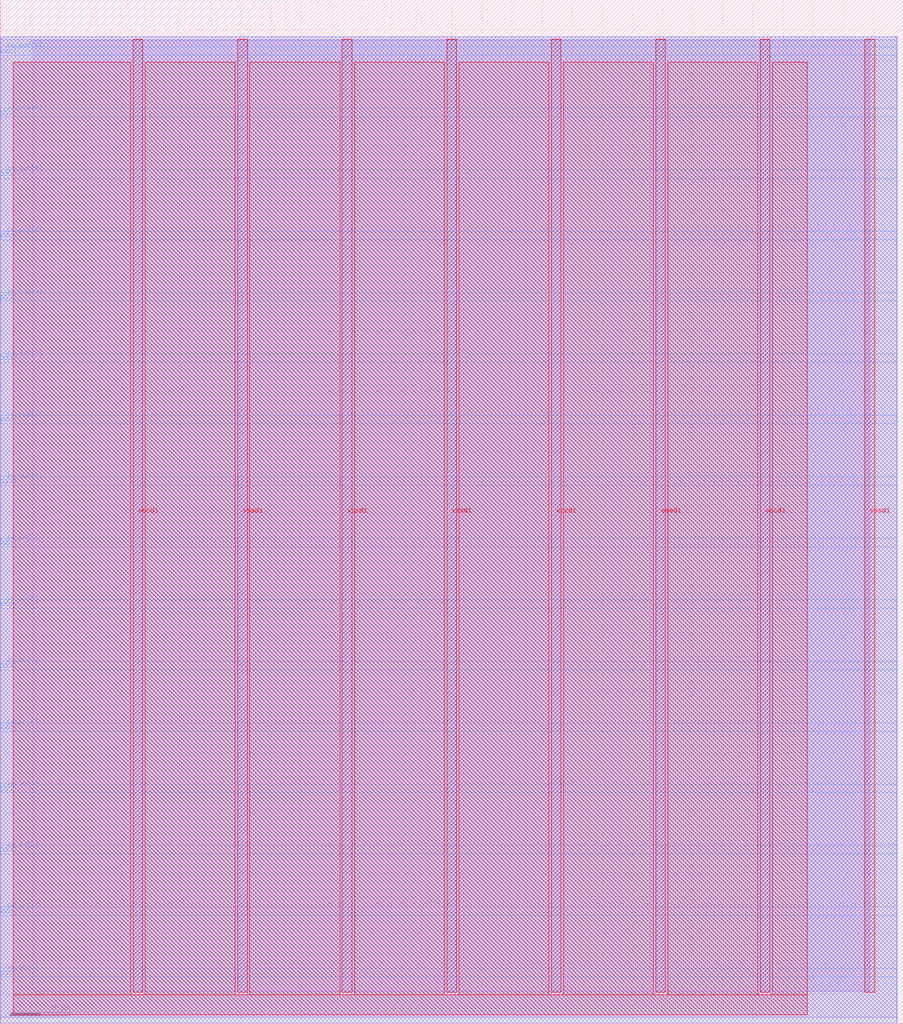
<source format=lef>
VERSION 5.7 ;
  NOWIREEXTENSIONATPIN ON ;
  DIVIDERCHAR "/" ;
  BUSBITCHARS "[]" ;
MACRO shadow1229_player
  CLASS BLOCK ;
  FOREIGN shadow1229_player ;
  ORIGIN 0.000 0.000 ;
  SIZE 150.000 BY 170.000 ;
  PIN io_in[0]
    DIRECTION INPUT ;
    USE SIGNAL ;
    PORT
      LAYER met3 ;
        RECT 0.000 8.200 2.000 8.800 ;
    END
  END io_in[0]
  PIN io_in[1]
    DIRECTION INPUT ;
    USE SIGNAL ;
    PORT
      LAYER met3 ;
        RECT 0.000 18.400 2.000 19.000 ;
    END
  END io_in[1]
  PIN io_in[2]
    DIRECTION INPUT ;
    USE SIGNAL ;
    PORT
      LAYER met3 ;
        RECT 0.000 28.600 2.000 29.200 ;
    END
  END io_in[2]
  PIN io_in[3]
    DIRECTION INPUT ;
    USE SIGNAL ;
    PORT
      LAYER met3 ;
        RECT 0.000 38.800 2.000 39.400 ;
    END
  END io_in[3]
  PIN io_in[4]
    DIRECTION INPUT ;
    USE SIGNAL ;
    PORT
      LAYER met3 ;
        RECT 0.000 49.000 2.000 49.600 ;
    END
  END io_in[4]
  PIN io_in[5]
    DIRECTION INPUT ;
    USE SIGNAL ;
    PORT
      LAYER met3 ;
        RECT 0.000 59.200 2.000 59.800 ;
    END
  END io_in[5]
  PIN io_in[6]
    DIRECTION INPUT ;
    USE SIGNAL ;
    PORT
      LAYER met3 ;
        RECT 0.000 69.400 2.000 70.000 ;
    END
  END io_in[6]
  PIN io_in[7]
    DIRECTION INPUT ;
    USE SIGNAL ;
    PORT
      LAYER met3 ;
        RECT 0.000 79.600 2.000 80.200 ;
    END
  END io_in[7]
  PIN io_out[0]
    DIRECTION OUTPUT TRISTATE ;
    USE SIGNAL ;
    PORT
      LAYER met3 ;
        RECT 0.000 89.800 2.000 90.400 ;
    END
  END io_out[0]
  PIN io_out[1]
    DIRECTION OUTPUT TRISTATE ;
    USE SIGNAL ;
    PORT
      LAYER met3 ;
        RECT 0.000 100.000 2.000 100.600 ;
    END
  END io_out[1]
  PIN io_out[2]
    DIRECTION OUTPUT TRISTATE ;
    USE SIGNAL ;
    PORT
      LAYER met3 ;
        RECT 0.000 110.200 2.000 110.800 ;
    END
  END io_out[2]
  PIN io_out[3]
    DIRECTION OUTPUT TRISTATE ;
    USE SIGNAL ;
    PORT
      LAYER met3 ;
        RECT 0.000 120.400 2.000 121.000 ;
    END
  END io_out[3]
  PIN io_out[4]
    DIRECTION OUTPUT TRISTATE ;
    USE SIGNAL ;
    PORT
      LAYER met3 ;
        RECT 0.000 130.600 2.000 131.200 ;
    END
  END io_out[4]
  PIN io_out[5]
    DIRECTION OUTPUT TRISTATE ;
    USE SIGNAL ;
    PORT
      LAYER met3 ;
        RECT 0.000 140.800 2.000 141.400 ;
    END
  END io_out[5]
  PIN io_out[6]
    DIRECTION OUTPUT TRISTATE ;
    USE SIGNAL ;
    PORT
      LAYER met3 ;
        RECT 0.000 151.000 2.000 151.600 ;
    END
  END io_out[6]
  PIN io_out[7]
    DIRECTION OUTPUT TRISTATE ;
    USE SIGNAL ;
    PORT
      LAYER met3 ;
        RECT 0.000 161.200 2.000 161.800 ;
    END
  END io_out[7]
  PIN vccd1
    DIRECTION INOUT ;
    USE POWER ;
    PORT
      LAYER met4 ;
        RECT 22.085 5.200 23.685 163.440 ;
    END
    PORT
      LAYER met4 ;
        RECT 56.815 5.200 58.415 163.440 ;
    END
    PORT
      LAYER met4 ;
        RECT 91.545 5.200 93.145 163.440 ;
    END
    PORT
      LAYER met4 ;
        RECT 126.275 5.200 127.875 163.440 ;
    END
  END vccd1
  PIN vssd1
    DIRECTION INOUT ;
    USE GROUND ;
    PORT
      LAYER met4 ;
        RECT 39.450 5.200 41.050 163.440 ;
    END
    PORT
      LAYER met4 ;
        RECT 74.180 5.200 75.780 163.440 ;
    END
    PORT
      LAYER met4 ;
        RECT 108.910 5.200 110.510 163.440 ;
    END
    PORT
      LAYER met4 ;
        RECT 143.640 5.200 145.240 163.440 ;
    END
  END vssd1
  OBS
      LAYER li1 ;
        RECT 5.520 5.355 144.440 163.285 ;
      LAYER met1 ;
        RECT 0.070 1.060 148.970 163.840 ;
      LAYER met2 ;
        RECT 0.090 0.155 148.950 163.870 ;
      LAYER met3 ;
        RECT 0.065 162.200 148.975 163.365 ;
        RECT 2.400 160.800 148.975 162.200 ;
        RECT 0.065 152.000 148.975 160.800 ;
        RECT 2.400 150.600 148.975 152.000 ;
        RECT 0.065 141.800 148.975 150.600 ;
        RECT 2.400 140.400 148.975 141.800 ;
        RECT 0.065 131.600 148.975 140.400 ;
        RECT 2.400 130.200 148.975 131.600 ;
        RECT 0.065 121.400 148.975 130.200 ;
        RECT 2.400 120.000 148.975 121.400 ;
        RECT 0.065 111.200 148.975 120.000 ;
        RECT 2.400 109.800 148.975 111.200 ;
        RECT 0.065 101.000 148.975 109.800 ;
        RECT 2.400 99.600 148.975 101.000 ;
        RECT 0.065 90.800 148.975 99.600 ;
        RECT 2.400 89.400 148.975 90.800 ;
        RECT 0.065 80.600 148.975 89.400 ;
        RECT 2.400 79.200 148.975 80.600 ;
        RECT 0.065 70.400 148.975 79.200 ;
        RECT 2.400 69.000 148.975 70.400 ;
        RECT 0.065 60.200 148.975 69.000 ;
        RECT 2.400 58.800 148.975 60.200 ;
        RECT 0.065 50.000 148.975 58.800 ;
        RECT 2.400 48.600 148.975 50.000 ;
        RECT 0.065 39.800 148.975 48.600 ;
        RECT 2.400 38.400 148.975 39.800 ;
        RECT 0.065 29.600 148.975 38.400 ;
        RECT 2.400 28.200 148.975 29.600 ;
        RECT 0.065 19.400 148.975 28.200 ;
        RECT 2.400 18.000 148.975 19.400 ;
        RECT 0.065 9.200 148.975 18.000 ;
        RECT 2.400 7.800 148.975 9.200 ;
        RECT 0.065 0.175 148.975 7.800 ;
      LAYER met4 ;
        RECT 2.135 4.800 21.685 159.625 ;
        RECT 24.085 4.800 39.050 159.625 ;
        RECT 41.450 4.800 56.415 159.625 ;
        RECT 58.815 4.800 73.780 159.625 ;
        RECT 76.180 4.800 91.145 159.625 ;
        RECT 93.545 4.800 108.510 159.625 ;
        RECT 110.910 4.800 125.875 159.625 ;
        RECT 128.275 4.800 134.025 159.625 ;
        RECT 2.135 1.535 134.025 4.800 ;
  END
END shadow1229_player
END LIBRARY


</source>
